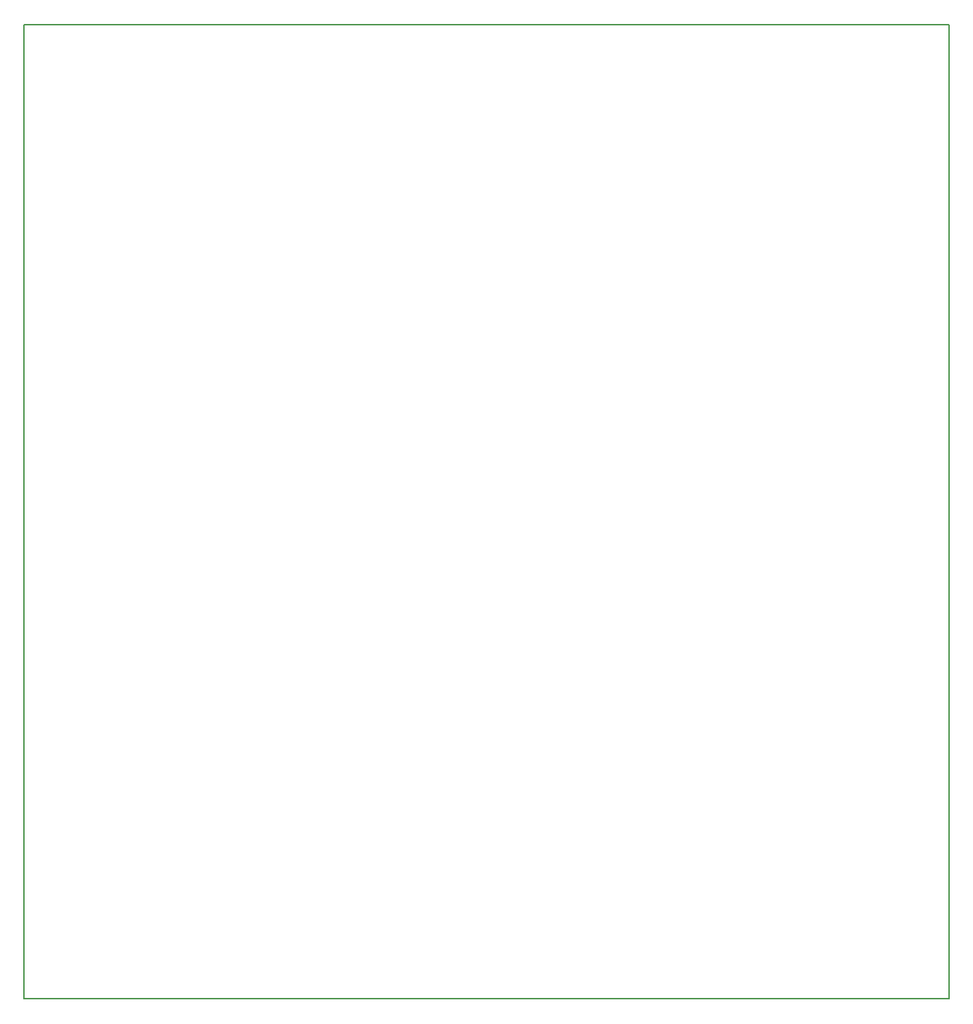
<source format=gbr>
%TF.GenerationSoftware,KiCad,Pcbnew,8.0.7*%
%TF.CreationDate,2025-11-24T17:01:22-03:00*%
%TF.ProjectId,PP,50502e6b-6963-4616-945f-706362585858,rev?*%
%TF.SameCoordinates,Original*%
%TF.FileFunction,Profile,NP*%
%FSLAX46Y46*%
G04 Gerber Fmt 4.6, Leading zero omitted, Abs format (unit mm)*
G04 Created by KiCad (PCBNEW 8.0.7) date 2025-11-24 17:01:22*
%MOMM*%
%LPD*%
G01*
G04 APERTURE LIST*
%TA.AperFunction,Profile*%
%ADD10C,0.200000*%
%TD*%
G04 APERTURE END LIST*
D10*
X36500000Y-17000000D02*
X147750000Y-17000000D01*
X147750000Y-134000000D01*
X36500000Y-134000000D01*
X36500000Y-17000000D01*
M02*

</source>
